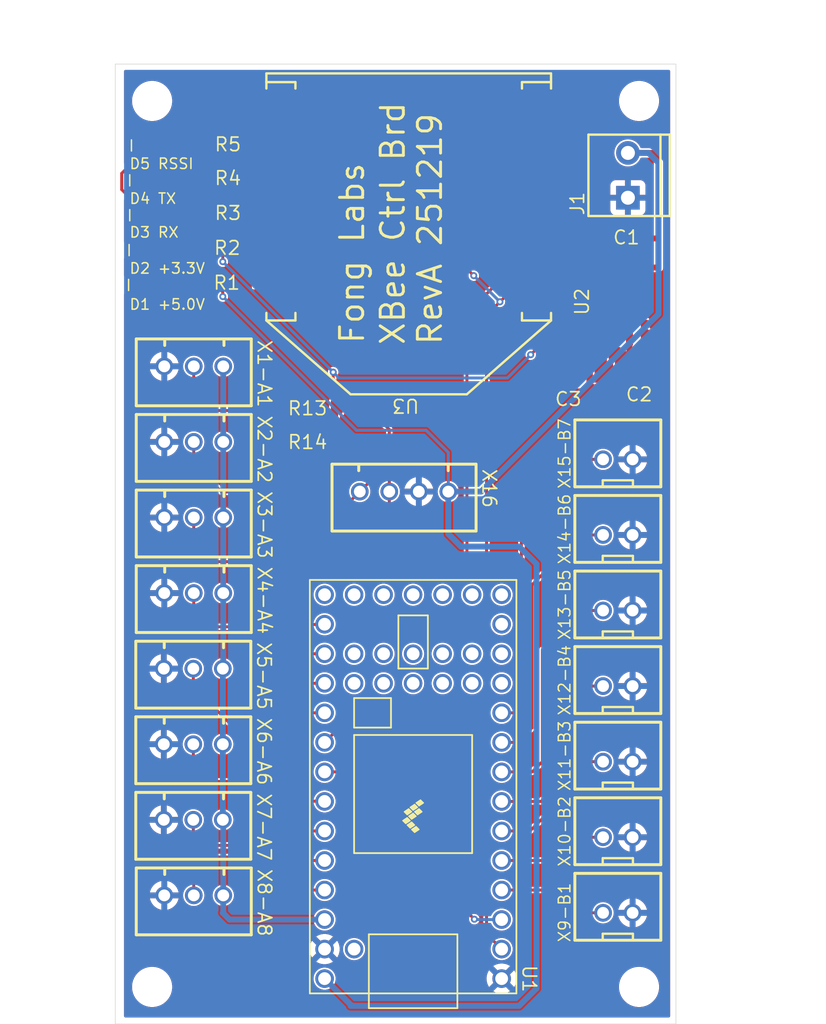
<source format=kicad_pcb>
(kicad_pcb
	(version 20241229)
	(generator "pcbnew")
	(generator_version "9.0")
	(general
		(thickness 1.6)
		(legacy_teardrops no)
	)
	(paper "A4")
	(title_block
		(title "XBee Controller Board")
		(rev "A")
		(company "Fong Labs")
	)
	(layers
		(0 "F.Cu" signal)
		(2 "B.Cu" signal)
		(9 "F.Adhes" user "F.Adhesive")
		(11 "B.Adhes" user "B.Adhesive")
		(13 "F.Paste" user)
		(15 "B.Paste" user)
		(5 "F.SilkS" user "F.Silkscreen")
		(7 "B.SilkS" user "B.Silkscreen")
		(1 "F.Mask" user)
		(3 "B.Mask" user)
		(17 "Dwgs.User" user "User.Drawings")
		(19 "Cmts.User" user "User.Comments")
		(21 "Eco1.User" user "User.Eco1")
		(23 "Eco2.User" user "User.Eco2")
		(25 "Edge.Cuts" user)
		(27 "Margin" user)
		(31 "F.CrtYd" user "F.Courtyard")
		(29 "B.CrtYd" user "B.Courtyard")
		(35 "F.Fab" user)
		(33 "B.Fab" user)
		(39 "User.1" user)
		(41 "User.2" user)
		(43 "User.3" user)
		(45 "User.4" user)
		(47 "User.5" user)
		(49 "User.6" user)
		(51 "User.7" user)
		(53 "User.8" user)
		(55 "User.9" user)
	)
	(setup
		(stackup
			(layer "F.SilkS"
				(type "Top Silk Screen")
			)
			(layer "F.Paste"
				(type "Top Solder Paste")
			)
			(layer "F.Mask"
				(type "Top Solder Mask")
				(thickness 0.01)
			)
			(layer "F.Cu"
				(type "copper")
				(thickness 0.035)
			)
			(layer "dielectric 1"
				(type "core")
				(thickness 1.51)
				(material "FR4")
				(epsilon_r 4.5)
				(loss_tangent 0.02)
			)
			(layer "B.Cu"
				(type "copper")
				(thickness 0.035)
			)
			(layer "B.Mask"
				(type "Bottom Solder Mask")
				(thickness 0.01)
			)
			(layer "B.Paste"
				(type "Bottom Solder Paste")
			)
			(layer "B.SilkS"
				(type "Bottom Silk Screen")
			)
			(copper_finish "None")
			(dielectric_constraints no)
		)
		(pad_to_mask_clearance 0.0508)
		(allow_soldermask_bridges_in_footprints no)
		(tenting front back)
		(pcbplotparams
			(layerselection 0x00000000_00000000_55555555_5755f5ff)
			(plot_on_all_layers_selection 0x00000000_00000000_00000000_00000000)
			(disableapertmacros no)
			(usegerberextensions no)
			(usegerberattributes yes)
			(usegerberadvancedattributes yes)
			(creategerberjobfile yes)
			(dashed_line_dash_ratio 12.000000)
			(dashed_line_gap_ratio 3.000000)
			(svgprecision 4)
			(plotframeref no)
			(mode 1)
			(useauxorigin no)
			(hpglpennumber 1)
			(hpglpenspeed 20)
			(hpglpendiameter 15.000000)
			(pdf_front_fp_property_popups yes)
			(pdf_back_fp_property_popups yes)
			(pdf_metadata yes)
			(pdf_single_document no)
			(dxfpolygonmode yes)
			(dxfimperialunits yes)
			(dxfusepcbnewfont yes)
			(psnegative no)
			(psa4output no)
			(plot_black_and_white yes)
			(sketchpadsonfab no)
			(plotpadnumbers no)
			(hidednponfab no)
			(sketchdnponfab yes)
			(crossoutdnponfab yes)
			(subtractmaskfromsilk no)
			(outputformat 1)
			(mirror no)
			(drillshape 1)
			(scaleselection 1)
			(outputdirectory "")
		)
	)
	(net 0 "")
	(net 1 "+3.3V")
	(net 2 "+5V")
	(net 3 "Net-(U2-BYP)")
	(net 4 "Net-(D1-PadA)")
	(net 5 "Net-(D2-PadA)")
	(net 6 "Net-(D3-PadA)")
	(net 7 "/XBEE_OUT")
	(net 8 "/XBEE_IN")
	(net 9 "Net-(D4-PadA)")
	(net 10 "Net-(D5-PadA)")
	(net 11 "/XBEE_RSSI")
	(net 12 "/BUT1")
	(net 13 "/BUT2")
	(net 14 "/BUT3")
	(net 15 "/BUT4")
	(net 16 "/BUT5")
	(net 17 "/BUT7")
	(net 18 "/BUT6")
	(net 19 "/SCL")
	(net 20 "/SDA")
	(net 21 "/ANA6")
	(net 22 "/ANA5")
	(net 23 "/ANA4")
	(net 24 "/ANA3")
	(net 25 "/ANA7")
	(net 26 "/ANA1")
	(net 27 "/ANA8")
	(net 28 "GND")
	(net 29 "/ANA2")
	(net 30 "unconnected-(U3-DIO0-Pad20)")
	(net 31 "unconnected-(U3-DIO5-Pad15)")
	(net 32 "unconnected-(U3-DIO4-Pad11)")
	(net 33 "unconnected-(U3-DIO3-Pad17)")
	(net 34 "unconnected-(U3-DIO1-Pad19)")
	(net 35 "unconnected-(U3-RES@14-Pad14)")
	(net 36 "unconnected-(U3-DIO12-Pad4)")
	(net 37 "unconnected-(U3-RTS-Pad16)")
	(net 38 "unconnected-(U3-CTS-Pad12)")
	(net 39 "unconnected-(U3-DIO11-Pad7)")
	(net 40 "unconnected-(U3-DIO2-Pad18)")
	(net 41 "unconnected-(U3-RESET-Pad5)")
	(net 42 "unconnected-(U3-RES@8-Pad8)")
	(net 43 "unconnected-(U3-DIO9-Pad13)")
	(net 44 "unconnected-(U3-DTR-Pad9)")
	(net 45 "+3.3VADC")
	(net 46 "unconnected-(U1-VUSB-Pad34)")
	(net 47 "unconnected-(U1-32_OUT1B-Pad43)")
	(net 48 "unconnected-(U1-33_MCLK2-Pad44)")
	(net 49 "unconnected-(U1-9_OUT1C-Pad11)")
	(net 50 "unconnected-(U1-30_CRX3-Pad41)")
	(net 51 "unconnected-(U1-13_SCK_CRX1_LED-Pad20)")
	(net 52 "unconnected-(U1-12_MISO_MQSL-Pad14)")
	(net 53 "unconnected-(U1-GND-Pad17)")
	(net 54 "unconnected-(U1-PROGRAM-Pad18)")
	(net 55 "unconnected-(U1-31_CTX3-Pad42)")
	(net 56 "unconnected-(U1-28_RX7-Pad39)")
	(net 57 "unconnected-(U1-10_CS_MQSR-Pad12)")
	(net 58 "unconnected-(U1-26_A12_MOSI1-Pad37)")
	(net 59 "unconnected-(U1-VBAT-Pad15)")
	(net 60 "unconnected-(U1-29_TX7-Pad40)")
	(net 61 "unconnected-(U1-25_A11_RX6_SDA2-Pad36)")
	(net 62 "unconnected-(U1-3V3-Pad16)")
	(net 63 "unconnected-(U1-24_A10_TX6_SCL2-Pad35)")
	(net 64 "unconnected-(U1-11_MOSI_CTX1-Pad13)")
	(net 65 "unconnected-(U1-27_A13_SCK1-Pad38)")
	(net 66 "unconnected-(U1-ON_OFF-Pad19)")
	(footprint "transponder_server:R0603" (layer "F.Cu") (at 124.05 62))
	(footprint "transponder_server:C1206" (layer "F.Cu") (at 157.9 81.5 180))
	(footprint "transponder_server:JST-XH-03-PACKAGE-ROUND-PAD" (layer "F.Cu") (at 124 87.5 180))
	(footprint "transponder_server:SCREWTERMINAL-3.5MM-2_LOCK" (layer "F.Cu") (at 161.3689 66.3222 90))
	(footprint "transponder_server:JST-XH-02-PACKAGE-ROUND-PAD" (layer "F.Cu") (at 160.5 128))
	(footprint "transponder_server:JST-XH-03-PACKAGE-ROUND-PAD" (layer "F.Cu") (at 123.96 120 180))
	(footprint "transponder_server:JST-XH-03-PACKAGE-ROUND-PAD" (layer "F.Cu") (at 124 94 180))
	(footprint (layer "F.Cu") (at 162.325 58.175))
	(footprint "transponder_server:LED-0603" (layer "F.Cu") (at 119.977 74 180))
	(footprint "transponder_server:C0603" (layer "F.Cu") (at 162.85 81.5))
	(footprint "transponder_server:JST-XH-04-PACKAGE-ROUND-PAD" (layer "F.Cu") (at 142.0989 91.7714 180))
	(footprint "transponder_server:JST-XH-03-PACKAGE-ROUND-PAD" (layer "F.Cu") (at 123.96 107 180))
	(footprint "transponder_server:XBEE-SMD" (layer "F.Cu") (at 142.5 55.80595 180))
	(footprint (layer "F.Cu") (at 162.325 134.375))
	(footprint "transponder_server:R0603" (layer "F.Cu") (at 137.15 84.5 180))
	(footprint "transponder_server:LED-0603" (layer "F.Cu") (at 120.077 68 180))
	(footprint "transponder_server:JST-XH-03-PACKAGE-ROUND-PAD" (layer "F.Cu") (at 124 81 180))
	(footprint "transponder_server:LED-0603" (layer "F.Cu") (at 120.077 65 180))
	(footprint "transponder_server:JST-XH-02-PACKAGE-ROUND-PAD" (layer "F.Cu") (at 160.5 95.5))
	(footprint "transponder_server:LED-0603" (layer "F.Cu") (at 120.223 62 180))
	(footprint "teensy.pretty-master:Teensy40" (layer "F.Cu") (at 142.88 117.15 90))
	(footprint "transponder_server:JST-XH-03-PACKAGE-ROUND-PAD" (layer "F.Cu") (at 124 126.5 180))
	(footprint "transponder_server:R0603" (layer "F.Cu") (at 137.15 87.5 180))
	(footprint "transponder_server:JST-XH-02-PACKAGE-ROUND-PAD" (layer "F.Cu") (at 160.5 102))
	(footprint "transponder_server:JST-XH-03-PACKAGE-ROUND-PAD" (layer "F.Cu") (at 123.96 113.5 180))
	(footprint "transponder_server:LED-0603" (layer "F.Cu") (at 120.023 71 180))
	(footprint "transponder_server:C0603" (layer "F.Cu") (at 158.15 70 180))
	(footprint "transponder_server:R0603" (layer "F.Cu") (at 123.95 74))
	(footprint "transponder_server:JST-XH-02-PACKAGE-ROUND-PAD" (layer "F.Cu") (at 160.5 108.5))
	(footprint (layer "F.Cu") (at 120.415 58.175))
	(footprint "transponder_server:JST-XH-03-PACKAGE-ROUND-PAD" (layer "F.Cu") (at 124 100.5 180))
	(footprint "transponder_server:SOIC8" (layer "F.Cu") (at 160.8689 75.5))
	(footprint "transponder_server:R0603" (layer "F.Cu") (at 123.996 71))
	(footprint "transponder_server:R0603" (layer "F.Cu") (at 124.05 65))
	(footprint "transponder_server:R0603" (layer "F.Cu") (at 124.05 68))
	(footprint (layer "F.Cu") (at 120.415 134.375))
	(footprint "transponder_server:JST-XH-02-PACKAGE-ROUND-PAD" (layer "F.Cu") (at 160.5 115))
	(footprint "transponder_server:JST-XH-02-PACKAGE-ROUND-PAD" (layer "F.Cu") (at 160.5 121.5))
	(footprint "transponder_server:JST-XH-02-PACKAGE-ROUND-PAD" (layer "F.Cu") (at 160.5 89))
	(gr_line
		(start 117.24 137.55)
		(end 165.5 137.55)
		(stroke
			(width 0.05)
			(type solid)
		)
		(layer "Edge.Cuts")
		(uuid "53c21494-7966-474c-a1ba-61aa5826428b")
	)
	(gr_line
		(start 165.5 137.55)
		(end 165.5 55)
		(stroke
			(width 0.05)
			(type solid)
		)
		(layer "Edge.Cuts")
		(uuid "94c0d797-2696-44ed-980c-dded9046bb93")
	)
	(gr_line
		(start 117.24 55)
		(end 117.24 137.55)
		(stroke
			(width 0.05)
			(type solid)
		)
		(layer "Edge.Cuts")
		(uuid "b8998a75-d243-439b-aa65-97d5e4ce63a5")
	)
	(gr_line
		(start 165.5 55)
		(end 117.24 55)
		(stroke
			(width 0.05)
			(type solid)
		)
		(layer "Edge.Cuts")
		(uuid "fe814743-cafe-491e-b6e2-6e5d6cdd3bc2")
	)
	(gr_text "X16"
		(at 148.7539 89.7314 270)
		(layer "F.SilkS")
		(uuid "04dbbb75-8180-4840-903e-e3640195d276")
		(effects
			(font
				(size 1.1684 1.1684)
				(thickness 0.14605)
			)
			(justify left bottom)
		)
	)
	(gr_text "X11-B3"
		(at 156.5 117.6 90)
		(layer "F.SilkS")
		(uuid "24c356f2-4041-4cc0-8614-6c70f70d3a29")
		(effects
			(font
				(size 1 1)
				(thickness 0.127)
			)
			(justify left bottom)
		)
	)
	(gr_text "D5 RSSI"
		(at 118.4 64.1 0)
		(layer "F.SilkS")
		(uuid "2ff7a454-0df9-4f2e-b98d-f787f8f46e84")
		(effects
			(font
				(size 0.9 0.9)
				(thickness 0.127)
			)
			(justify left bottom)
		)
	)
	(gr_text "XBee Ctrl Brd"
		(at 142.3 79.3 90)
		(layer "F.SilkS")
		(uuid "3a201319-9383-4a5f-a1b8-8534c820d7cf")
		(effects
			(font
				(size 2 2)
				(thickness 0.25)
			)
			(justify left bottom)
		)
	)
	(gr_text "X5-A5"
		(at 129.36 104.6425 270)
		(layer "F.SilkS")
		(uuid "45e7f8da-46b1-4b45-8cf8-1722d33bf5c9")
		(effects
			(font
				(size 1.1684 1.1684)
				(thickness 0.14605)
			)
			(justify left bottom)
		)
	)
	(gr_text "Fong Labs"
		(at 138.8 79.2 90)
		(layer "F.SilkS")
		(uuid "4858490d-3813-4a4d-9953-61767ba93175")
		(effects
			(font
				(size 2 2)
				(thickness 0.25)
			)
			(justify left bottom)
		)
	)
	(gr_text "X2-A2"
		(at 129.4 85.1425 270)
		(layer "F.SilkS")
		(uuid "48cb389a-b4d4-42e2-ace8-c58ce3508808")
		(effects
			(font
				(size 1.1684 1.1684)
				(thickness 0.14605)
			)
			(justify left bottom)
		)
	)
	(gr_text "C1"
		(at 160 70.6 0)
		(layer "F.SilkS")
		(uuid "4a3de901-d984-4d2b-80c9-563c18c8392c")
		(effects
			(font
				(size 1.1684 1.1684)
				(thickness 0.14605)
			)
			(justify left bottom)
		)
	)
	(gr_text "X8-A8"
		(at 129.4 124.1425 270)
		(layer "F.SilkS")
		(uuid "4af3206b-9f21-49f1-95e7-cca14a396735")
		(effects
			(font
				(size 1.1684 1.1684)
				(thickness 0.14605)
			)
			(justify left bottom)
		)
	)
	(gr_text "X7-A7"
		(at 129.36 117.6425 270)
		(layer "F.SilkS")
		(uuid "585b816e-19cb-4700-9f5a-0e0d489004de")
		(effects
			(font
				(size 1.1684 1.1684)
				(thickness 0.14605)
			)
			(justify left bottom)
		)
	)
	(gr_text "D4 TX"
		(at 118.4 67.1 0)
		(layer "F.SilkS")
		(uuid "5b4629b0-60c3-4146-8b90-f3fec42c82bd")
		(effects
			(font
				(size 0.9 0.9)
				(thickness 0.127)
			)
			(justify left bottom)
		)
	)
	(gr_text "X9-B1"
		(at 156.5 130.6 90)
		(layer "F.SilkS")
		(uuid "63c73070-fc38-4ebc-85f2-f0e63f5f7172")
		(effects
			(font
				(size 1 1)
				(thickness 0.127)
			)
			(justify left bottom)
		)
	)
	(gr_text "U1"
		(at 152.2 132.4 270)
		(layer "F.SilkS")
		(uuid "66cd76b3-d516-4582-b242-025400ece07b")
		(effects
			(font
				(size 1.1684 1.1684)
				(thickness 0.14605)
			)
			(justify left bottom)
		)
	)
	(gr_text "X1-A1"
		(at 129.4 78.6425 270)
		(layer "F.SilkS")
		(uuid "710613ce-65b3-46d8-9e18-be5eed5aa457")
		(effects
			(font
				(size 1.1684 1.1684)
				(thickness 0.14605)
			)
			(justify left bottom)
		)
	)
	(gr_text "U2"
		(at 158.1 76.7 90)
		(layer "F.SilkS")
		(uuid "7554579d-a445-48c7-aa84-29575bd428b6")
		(effects
			(font
				(size 1.1684 1.1684)
				(thickness 0.14605)
			)
			(justify left bottom)
		)
	)
	(gr_text "RevA 251219"
		(at 145.5 79.3 90)
		(layer "F.SilkS")
		(uuid "75878c53-f34a-4aca-9ea6-750032e64083")
		(effects
			(font
				(size 2 2)
				(thickness 0.25)
			)
			(justify left bottom)
		)
	)
	(gr_text "C3"
		(at 155 84.5 0)
		(layer "F.SilkS")
		(uuid "7bfed0bb-a62a-443f-b317-b0813a947873")
		(effects
			(font
				(size 1.1684 1.1684)
				(thickness 0.14605)
			)
			(justify left bottom)
		)
	)
	(gr_text "X12-B4"
		(at 156.5 111.1 90)
		(layer "F.SilkS")
		(uuid "8c4c5607-654b-4664-8e79-8b0f72e5fbc1")
		(effects
			(font
				(size 1 1)
				(thickness 0.127)
			)
			(justify left bottom)
		)
	)
	(gr_text "C2"
		(at 161.1 84.1 0)
		(layer "F.SilkS")
		(uuid "8d4941bf-6f55-4fba-a4ce-807b01d9516b")
		(effects
			(font
				(size 1.1684 1.1684)
				(thickness 0.14605)
			)
			(justify left bottom)
		)
	)
	(gr_text "D1 +5.0V"
		(at 118.4 76.2 0)
		(layer "F.SilkS")
		(uuid "93ab12af-e376-4d82-8a6f-a4ac424215e1")
		(effects
			(font
				(size 0.9 0.9)
				(thickness 0.127)
			)
			(justify left bottom)
		)
	)
	(gr_text "X15-B7"
		(at 156.5 91.6 90)
		(layer "F.SilkS")
		(uuid "9c24df9b-2e12-44d0-889b-ba729aaeb0a9")
		(effects
			(font
				(size 1 1)
				(thickness 0.127)
			)
			(justify left bottom)
		)
	)
	(gr_text "X6-A6"
		(at 129.36 111.1425 270)
		(layer "F.SilkS")
		(uuid "9ea69a92-b19d-487e-bf5a-73aefb3b0b9d")
		(effects
			(font
				(size 1.1684 1.1684)
				(thickness 0.14605)
			)
			(justify left bottom)
		)
	)
	(gr_text "R13"
		(at 132 85.3 0)
		(layer "F.SilkS")
		(uuid "9f63393e-07f3-4187-a47a-8762107156d6")
		(effects
			(font
				(size 1.1684 1.1684)
				(thickness 0.14605)
			)
			(justify left bottom)
		)
	)
	(gr_text "X13-B5"
		(at 156.5 104.6 90)
		(layer "F.SilkS")
		(uuid "a3832d7c-ed4c-46e8-a34a-e4cb9b1299a2")
		(effects
			(font
				(size 1 1)
				(thickness 0.127)
			)
			(justify left bottom)
		)
	)
	(gr_text "X3-A3"
		(at 129.4 91.6425 270)
		(layer "F.SilkS")
		(uuid "ac0f00fc-7e57-458f-a9ef-4d72bd198c87")
		(effects
			(font
				(size 1.1684 1.1684)
				(thickness 0.14605)
			)
			(justify left bottom)
		)
	)
	(gr_text "X4-A4"
		(at 129.4 98.1425 270)
		(layer "F.SilkS")
		(uuid "afaf3a5e-a855-4a1a-9dfc-ea29381eaff1")
		(effects
			(font
				(size 1.1684 1.1684)
				(thickness 0.14605)
			)
			(justify left bottom)
		)
	)
	(gr_text "U3"
		(at 143.5 83.7 180)
		(layer "F.SilkS")
		(uuid "c393c3dd-f649-472f-b7b8-7e6b4fb62289")
		(effects
			(font
				(size 1.1684 1.1684)
				(thickness 0.14605)
			)
			(justify left bottom)
		)
	)
	(gr_text "R14"
		(at 132 88.2 0)
		(layer "F.SilkS")
		(uuid "caa7965f-3226-4d33-aee0-142411be8020")
		(effects
			(font
				(size 1.1684 1.1684)
				(thickness 0.14605)
			)
			(justify left bottom)
		)
	)
	(gr_text "X10-B2"
		(at 156.5 124.1 90)
		(layer "F.SilkS")
		(uuid "d9b4b995-9a9a-4b9e-94c7-e707612ba58c")
		(effects
			(font
				(size 1 1)
				(thickness 0.127)
			)
			(justify left bottom)
		)
	)
	(gr_text "D2 +3.3V"
		(at 118.4 73.1 0)
		(layer "F.SilkS")
		(uuid "e5b5eb30-62d3-44d0-85c0-5c3243dc5788")
		(effects
			(font
				(size 0.9 0.9)
				(thickness 0.127)
			)
			(justify left bottom)
		)
	)
	(gr_text "D3 RX"
		(at 118.4 70 0)
		(layer "F.SilkS")
		(uuid "f665ef85-f65d-422c-aa64-032c33eeb8f7")
		(effects
			(font
				(size 0.9 0.9)
				(thickness 0.127)
			)
			(justify left bottom)
		)
	)
	(gr_text "J1"
		(at 157.7 68.1 90)
		(layer "F.SilkS")
		(uuid "f70bc139-3878-4f71-b3c9-d58a44a115b3")
		(effects
			(font
				(size 1.1684 1.1684)
				(thickness 0.14605)
			)
			(justify left bottom)
		)
	)
	(gr_text "X14-B6"
		(at 156.5 98.1 90)
		(layer "F.SilkS")
		(uuid "fbf3516e-f1c3-4c67-9a58-0f9bbd645b98")
		(effects
			(font
				(size 1 1)
				(thickness 0.127)
			)
			(justify left bottom)
		)
	)
	(segment
		(start 155 78)
		(end 155 76)
		(width 0.508)
		(layer "F.Cu")
		(net 1)
		(uuid "014a6261-a7e0-43f1-b338-f53fca211b9d")
	)
	(segment
		(start 126.1 71)
		(end 126.5 71.4)
		(width 0.254)
		(layer "F.Cu")
		(net 1)
		(uuid "189b55ff-366b-4d5d-9e11-f6a7f07638db")
	)
	(segment
		(start 124.546 67.846)
		(end 124.546 65)
		(width 0.254)
		(layer "F.Cu")
		(net 1)
		(uuid "1c84acdc-f163-4ba6-b5ef-6b06b7007630")
	)
	(segment
		(start 124.5689 71)
		(end 126.1 71)
		(width 0.254)
		(layer "F.Cu")
		(net 1)
		(uuid "24b1eb85-4e23-4e35-bc25-d03659f66f29")
	)
	(segment
		(start 136.3 84.5)
		(end 136.3 83.3)
		(width 0.254)
		(layer "F.Cu")
		(net 1)
		(uuid "26d6300f-ee4a-4741-8a48-e78526465fab")
	)
	(segment
		(start 158.9639 79.9639)
		(end 158.9639 78.1)
		(width 0.508)
		(layer "F.Cu")
		(net 1)
		(uuid "37f02a5e-582b-4721-be2c-429be8b8d678")
	)
	(segment
		(start 158.6 78.4639)
		(end 155.4639 78.4639)
		(width 0.508)
		(layer "F.Cu")
		(net 1)
		(uuid "3e664d03-9edc-4499-ad5d-fc380d73177c")
	)
	(segment
		(start 124.5689 71)
		(end 124.5689 68)
		(width 0.254)
		(layer "F.Cu")
		(net 1)
		(uuid "4b88f173-6219-405c-95be-1654d3ae550c")
	)
	(segment
		(start 159.3 80.3)
		(end 158.9639 79.9639)
		(width 0.508)
		(layer "F.Cu")
		(net 1)
		(uuid "66c5630e-886a-4de0-9222-217cd49379f2")
	)
	(segment
		(start 136 83)
		(end 136 81.5)
		(width 0.254)
		(layer "F.Cu")
		(net 1)
		(uuid "74daaf58-8ce3-4780-91ce-8290d8a5242c")
	)
	(segment
		(start 136.3 87.5)
		(end 136.3 84.5)
		(width 0.254)
		(layer "F.Cu")
		(net 1)
		(uuid "8a154a95-2b1a-422a-9cab-afa0e3c0e645")
	)
	(segment
		(start 153 80)
		(end 155 78)
		(width 0.254)
		(layer "F.Cu")
		(net 1)
		(uuid "959b2587-9e80-48b1-8cea-964eb856baa2")
	)
	(segment
		(start 158.9639 78.1)
		(end 158.6 78.4639)
		(width 0.508)
		(layer "F.Cu")
		(net 1)
		(uuid "a3194a9b-55fd-49a0-a9c4-e0111ffb6f6c")
	)
	(segment
		(start 124.5689 71)
		(end 124.5 71)
		(width 0.254)
		(layer "F.Cu")
		(net 1)
		(uuid "a3198243-7c9d-4165-9aa6-ad503584b84c")
	)
	(segment
		(start 136.3 83.3)
		(end 136 83)
		(width 0.254)
		(layer "F.Cu")
		(net 1)
		(uuid "a749b92a-8043-41a1-9760-5275673e8089")
	)
	(segment
		(start 160.2339 78.1)
		(end 158.9639 78.1)
		(width 0.508)
		(layer "F.Cu")
		(net 1)
		(uuid "ac60b83a-580f-4048-a196-e08f37e67e14")
	)
	(segment
		(start 126.5 71.4)
		(end 126.5 72)
		(width 0.254)
		(layer "F.Cu")
		(net 1)
		(uuid "af20bd2e-996a-4d1e-93bd-0228cbb9ecbc")
	)
	(segment
		(start 155.4639 78.4639)
		(end 155 78)
		(width 0.508)
		(layer "F.Cu")
		(net 1)
		(uuid "bceb220b-0c4c-468f-bc46-652cf15ceb50")
	)
	(segment
		(start 124.5689 67.8689)
		(end 124.546 67.846)
		(width 0.254)
		(layer "F.Cu")
		(net 1)
		(uuid "bd8c2525-3c5d-4b1b-9bfc-e6e69aa61a3f")
	)
	(segment
		(start 124.5689 68)
		(end 124.5689 67.8689)
		(width 0.254)
		(layer "F.Cu")
		(net 1)
		(uuid "c172493c-8dc2-495e-a136-9633ed6ec4f8")
	)
	(segment
		(start 159.3 81.5)
		(end 159.3 80.3)
		(width 0.508)
		(layer "F.Cu")
		(net 1)
		(uuid "ea5f3f85-c307-45fb-ac72-744fb3c9dd6e")
	)
	(segment
		(start 162 81.5)
		(end 159.3 81.5)
		(width 0.508)
		(layer "F.Cu")
		(net 1)
		(uuid "fc4b7c3d-6a19-40b2-857b-aebe0a350efa")
	)
	(via
		(at 126.5 72)
		(size 0.6)
		(drill 0.3)
		(layers "F.Cu" "B.Cu")
		(net 1)
		(uuid "0f6c8b96-bafd-4e2a-ae8d-4f202efa3713")
	)
	(via
		(at 153 80)
		(size 0.6)
		(drill 0.3)
		(layers "F.Cu" "B.Cu")
		(net 1)
		(uuid "84d5750a-cb21-403c-a84b-f61c2f23b6ab")
	)
	(via
		(at 136 81.5)
		(size 0.6)
		(drill 0.3)
		(layers "F.Cu" "B.Cu")
		(net 1)
		(uuid "be419c7b-da6b-480b-85da-c2643d56cba2")
	)
	(segment
		(start 151 82)
		(end 136.5 82)
		(width 0.254)
		(layer "B.Cu")
		(net 1)
		(uuid "28bb531e-7390-4d1c-8447-0280c6fb39b8")
	)
	(segment
		(start 136.5 82)
		(end 126.5 72)
		(width 0.254)
		(layer "B.Cu")
		(net 1)
		(uuid "4952119d-7dc2-4e81-bc9d-7d1eff1bddc9")
	)
	(segment
		(start 153 80)
		(end 151 82)
		(width 0.254)
		(layer "B.Cu")
		(net 1)
		(uuid "cf2a3f67-14cf-4a56-a69a-6fc0680cf4e9")
	)
	(segment
		(start 158.9639 74.4639)
		(end 160 75.5)
		(width 0.508)
		(layer "F.Cu")
		(net 2)
		(uuid "085b4f86-6b10-4765-bc98-b24d9c8a9332")
	)
	(segment
		(start 163.6444 62.6444)
		(end 164 63)
		(width 0.508)
		(layer "F.Cu")
		(net 2)
		(uuid "5e166d01-4e02-4b26-9937-92cc0db197b0")
	)
	(segment
		(start 164 72.5)
		(end 163.1739 72.5)
		(width 0.508)
		(layer "F.Cu")
		(net 2)
		(uuid "6628701b-ac5f-44e5-85fd-bc5cb990e896")
	)
	(segment
		(start 162 75.5)
		(end 162.7739 74.7261)
		(width 0.508)
		(layer "F.Cu")
		(net 2)
		(uuid "67d443b6-1c88-4cda-a7e8-d247f4f7c9c7")
	)
	(segment
		(start 126.5 74.6)
		(end 126.5 75)
		(width 0.254)
		(layer "F.Cu")
		(net 2)
		(uuid "7e7e93c2-d0e3-4ea5-83bf-0331d03bf67a")
	)
	(segment
		(start 160 75.5)
		(end 162 75.5)
		(width 0.508)
		(layer "F.Cu")
		(net 2)
		(uuid "7e889883-8e80-4ddc-83a9-8583a4b1161c")
	)
	(segment
		(start 162.7739 74.7261)
		(end 162.7739 72.9)
		(width 0.508)
		(layer "F.Cu")
		(net 2)
		(uuid "8fb2af40-11ef-4f93-a53c-de0a7b0405de")
	)
	(segment
		(start 164 70)
		(end 164 72.5)
		(width 0.508)
		(layer "F.Cu")
		(net 2)
		(uuid "a5872d1f-f258-446e-b837-6bf980283e85")
	)
	(segment
		(start 163.1739 72.5)
		(end 162.7739 72.9)
		(width 0.508)
		(layer "F.Cu")
		(net 2)
		(uuid "c429ce65-315f-4e88-81fa-e8010c7129e1")
	)
	(segment
		(start 161.3689 62.6444)
		(end 163.6444 62.6444)
		(width 0.508)
		(layer "F.Cu")
		(net 2)
		(uuid "e3787457-3ea1-4de5-918d-57c16867b8a3")
	)
	(segment
		(start 159 70)
		(end 164 70)
		(width 0.508)
		(layer "F.Cu")
		(net 2)
		(uuid "e3d885e4-a00a-4882-9a36-afe8cab0c003")
	)
	(segment
		(start 125.9 74)
		(end 126.5 74.6)
		(width 0.254)
		(layer "F.Cu")
		(net 2)
		(uuid "eaeda50e-ac4c-4885-a515-e5c2f688b70c")
	)
	(segment
		(start 158.9639 72.9)
		(end 158.9639 74.4639)
		(width 0.508)
		(layer "F.Cu")
		(net 2)
		(uuid "f9df0491-1714-4006-8c73-f58c9c82ce14")
	)
	(segment
		(start 124.5689 74)
		(end 125.9 74)
		(width 0.254)
		(layer "F.Cu")
		(net 2)
		(uuid "fac15af6-ae4b-4614-b5e5-64650d177045")
	)
	(segment
		(start 164 63)
		(end 164 70)
		(width 0.508)
		(layer "F.Cu")
		(net 2)
		(uuid "fec3423c-44eb-4c05-9060-77cfd8d5fce2")
	)
	(via
		(at 126.5 75)
		(size 0.6)
		(drill 0.3)
		(layers "F.Cu" "B.Cu")
		(net 2)
		(uuid "bb09011e-cd6a-48bf-9e89-5b392e643096")
	)
	(segment
		(start 163.1444 62.6444)
		(end 164 63.5)
		(width 0.508)
		(layer "B.Cu")
		(net 2)
		(uuid "0402b75c-1c77-4ec7-82ca-52e283fec953")
	)
	(segment
		(start 145.9089 91.7714)
		(end 145.9089 95.4089)
		(width 0.508)
		(layer "B.Cu")
		(net 2)
		(uuid "04d988be-45b2-4139-8859-2a9c99f565b2")
	)
	(segment
		(start 145.9089 95.4089)
		(end 147 96.5)
		(width 0.508)
		(layer "B.Cu")
		(net 2)
		(uuid "195ad6dc-a509-4f2b-ae23-0b311fe88bd6")
	)
	(segment
		(start 152 96.5)
		(end 153.5 98)
		(width 0.508)
		(layer "B.Cu")
		(net 2)
		(uuid "238b1970-62e7-48fa-b5ea-95e57d97cb23")
	)
	(segment
		(start 164 76.5)
		(end 148.7286 91.7714)
		(width 0.508)
		(layer "B.Cu")
		(net 2)
		(uuid "42a1f493-5a03-4fce-a0e6-2f7715d74a24")
	)
	(segment
		(start 126.5 75)
		(end 138 86.5)
		(width 0.254)
		(layer "B.Cu")
		(net 2)
		(uuid "566b8648-df15-41c8-bbfb-50c1f7561093")
	)
	(segment
		(start 145.9089 88.4089)
		(end 145.9089 91.7714)
		(width 0.254)
		(layer "B.Cu")
		(net 2)
		(uuid "6199af98-4d96-4bb4-acc1-151d4322a74a")
	)
	(segment
		(start 161.3689 62.6444)
		(end 163.1444 62.6444)
		(width 0.508)
		(layer "B.Cu")
		(net 2)
		(uuid "7f1a487f-d31f-4a26-b018-bc079afb3f37")
	)
	(segment
		(start 138 86.5)
		(end 144 86.5)
		(width 0.254)
		(layer "B.Cu")
		(net 2)
		(uuid "8363b232-00c5-4174-a47d-c97ec7a23417")
	)
	(segment
		(start 153.5 98)
		(end 153.5 134.5)
		(width 0.508)
		(layer "B.Cu")
		(net 2)
		(uuid "8cdee5ef-6182-481b-b401-51d4c71b5b00")
	)
	(segment
		(start 164 63.5)
		(end 164 76.5)
		(width 0.508)
		(layer "B.Cu")
		(net 2)
		(uuid "ada14b6c-3554-4c32-b7bb-025246a8cb7b")
	)
	(segment
		(start 147 96.5)
		(end 152 96.5)
		(width 0.508)
		(layer "B.Cu")
		(net 2)
		(uuid "bc103c21-bc60-464e-b08c-09b5ec786cc6")
	)
	(segment
		(start 152 136)
		(end 137.5 136)
		(width 0.508)
		(layer "B.Cu")
		(net 2)
		(uuid "c503e684-7686-43cf-b42a-74f3d9b5a1a1")
	)
	(segment
		(start 137.5 135.9)
		(end 135.26 133.66)
		(width 0.508)
		(layer "B.Cu")
		(net 2)
		(uuid "cce7a6b4-992f-4d59-afe6-c5663aa9d33a")
	)
	(segment
		(start 137.5 136)
		(end 137.5 135.9)
		(width 0.508)
		(layer "B.Cu")
		(net 2)
		(uuid "e564f55b-36d5-4153-aba3-3315c2167ddf")
	)
	(segment
		(start 148.7286 91.7714)
		(end 145.9089 91.7714)
		(width 0.508)
		(layer "B.Cu")
		(net 2)
		(uuid "f87a6aac-2cf2-470d-b7dd-c4b4c5566209")
	)
	(segment
		(start 153.5 134.5)
		(end 152 136)
		(width 0.508)
		(layer "B.Cu")
		(net 2)
		(uuid "fb57491b-e945-4d3e-8322-3ebc10646bec")
	)
	(segment
		(start 144 86.5)
		(end 145.9089 88.4089)
		(width 0.254)
		(layer "B.Cu")
		(net 2)
		(uuid "ff28da0a-7d67-4355-9a26-e4df7d3f8df6")
	)
	(segment
		(start 163.1 78.1)
		(end 162.7739 78.1)
		(width 0.508)
		(layer "F.Cu")
		(net 3)
		(uuid "55d5d91d-728b-4f68-b01c-89540fc67aef")
	)
	(segment
		(start 163.7 78.7)
		(end 163.1 78.1)
		(width 0.508)
		(layer "F.Cu")
		(net 3)
		(uuid "aaca8a1e-5b66-43c9-bffc-266d3188ea55")
	)
	(segment
		(start 163.7 81.5)
		(end 163.7 78.7)
		(width 0.508)
		(layer "F.Cu")
		(net 3)
		(uuid "d543e4eb-3899-429c-9c34-c73a0161be9d")
	)
	(segment
		(start 120.854 74)
		(end 123.1 74)
		(width 0.254)
		(layer "F.Cu")
		(net 4)
		(uuid "79751044-4160-46e7-9ba9-16336e0b4cc4")
	)
	(segment
		(start 120.9 71)
		(end 123.146 71)
		(width 0.254)
		(layer "F.Cu")
		(net 5)
		(uuid "3997fee4-2751-4ecb-979c-9f6e082b9bbe")
	)
	(segment
		(start 120.954 68)
		(end 123.2 68)
		(width 0.254)
		(layer "F.Cu")
		(net 6)
		(uuid "dba87ef9-841b-401d-8748-75166427512a")
	)
	(segment
		(start 152 73.80595)
		(end 150.352975 75.452975)
		(width 0.254)
		(layer "F.Cu")
		(net 7)
		(uuid "16d1259c-0333-4f1a-b40a-644b38f942db")
	)
	(segment
		(start 139.3 72.2)
		(end 130.4 63.3)
		(width 0.254)
		(layer "F.Cu")
		(net 7)
		(uuid "36067a94-09aa-4386-b5e3-40f8f625efce")
	)
	(segment
		(start 150.352975 75.452975)
		(end 149.2 76.60595)
		(width 0.254)
		(layer "F.Cu")
		(net 7)
		(uuid "52324f0e-ad3c-4f47-ac7c-173380fe3c3f")
	)
	(segment
		(start 130.4 63.3)
		(end 118.9 63.3)
		(width 0.254)
		(layer "F.Cu")
		(net 7)
		(uuid "6592869d-60c0-4210-a8e8-40603c01c772")
	)
	(segment
		(start 119.2 67.2)
		(end 119.2 68)
		(width 0.254)
		(layer "F.Cu")
		(net 7)
		(uuid "6a588bf7-a583-4121-bbbc-9a893699f866")
	)
	(segment
		(start 149.2 76.60595)
		(end 149.2 129.82)
		(width 0.254)
		(layer "F.Cu")
		(net 7)
		(uuid "79793fa9-0560-437c-a94e-52c2abfd17be")
	)
	(segment
		(start 117.8 64.4)
		(end 117.8 65.8)
		(width 0.254)
		(layer "F.Cu")
		(net 7)
		(uuid "a597f429-e6ea-4f62-9a68-568df2e37d91")
	)
	(segment
		(start 149.2 129.82)
		(end 150.5 131.12)
		(width 0.254)
		(layer "F.Cu")
		(net 7)
		(uuid "b3c83636-e86f-4aaa-9ee1-d90034291c09")
	)
	(segment
		(start 147.1 72.2)
		(end 139.3 72.2)
		(width 0.254)
		(layer "F.Cu")
		(net 7)
		(uuid "c28bd4f5-696d-4913-9685-da502289bfe4")
	)
	(segment
		(start 117.8 65.8)
		(end 119.2 67.2)
		(width 0.254)
		(layer "F.Cu")
		(net 7)
		(uuid "da051c3f-57b5-4694-8482-6d5e4fe37039")
	)
	(segment
		(start 148.1 73.2)
		(end 147.1 72.2)
		(width 0.254)
		(layer "F.Cu")
		(net 7)
		(uuid "f13af7af-f4a3-46e9-afed-8799e42baa1c")
	)
	(segment
		(start 118.9 63.3)
		(end 117.8 64.4)
		(width 0.254)
		(layer "F.Cu")
		(net 7)
		(uuid "fc6a7962-a84b-4f5d-8499-ff30931a86fc")
	)
	(via
		(at 148.1 73.2)
		(size 0.6)
		(drill 0.3)
		(layers "F.Cu" "B.Cu")
		(net 7)
		(uuid "2ba8691e-c793-41ea-a286-1385d12e2830")
	)
	(via
		(at 150.352975 75.452975)
		(size 0.6)
		(drill 0.3)
		(layers "F.Cu" "B.Cu")
		(net 7)
		(uuid "70545ef0-11af-49f2-8434-b919967c1967")
	)
	(segment
		(start 148.1 73.2)
		(end 150.352975 75.452975)
		(width 0.254)
		(layer "B.Cu")
		(net 7)
		(uuid "d12f2dbb-e835-4146-8935-3fcccf3299d8")
	)
	(segment
		(start 148.15 128.55)
		(end 146.7 127.1)
		(width 0.254)
		(layer "F.Cu")
		(net 8)
		(uuid "27a438fe-68af-493b-852b-43f1cb452924")
	)
	(segment
		(start 155 71.80595)
		(end 152.1642 71.80595)
		(width 0.254)
		(layer "F.Cu")
		(net 8)
		(uuid "3ca80f9f-6802-4c4b-acba-a803c67cb93c")
	)
	(segment
		(start 146.7 127.1)
		(end 146.7 100.372083)
		(width 0.254)
		(layer "F.Cu")
		(net 8)
		(uuid "47e46975-2bb4-4e1e-9f30-f578bd067b48")
	)
	(segment
		(start 147.512483 76.457667)
		(end 146.454816 75.4)
		(width 0.254)
		(layer "F.Cu")
		(net 8)
		(uuid "635ed099-9e66-4941-b3ad-7e792aabaff4")
	)
	(segment
		(start 119.5 63.8)
		(end 119.2 64.1)
		(width 0.254)
		(layer "F.Cu")
		(net 8)
		(uuid "64962a28-00b2-4ad4-84c6-e1099e66b86f")
	)
	(segment
		(start 119.2 64.1)
		(end 119.2 65)
		(width 0.254)
		(layer "F.Cu")
		(net 8)
		(uuid "679314ce-2719-4366-b5f7-30e14ada28f0")
	)
	(segment
		(start 147.512483 99.5596)
		(end 147.512483 76.457667)
		(width 0.254)
		(layer "F.Cu")
		(net 8)
		(uuid "77e3cb79-a3bc-4f6e-b473-da5993e02bc1")
	)
	(segment
		(start 146.7 100.372083)
		(end 147.512483 99.5596)
		(width 0.254)
		(layer "F.Cu")
		(net 8)
		(uuid "8b867a39-2a0c-4541-b8b3-2cc83562d864")
	)
	(segment
		(start 131.6 69.1)
		(end 126.3 63.8)
		(width 0.254)
		(layer "F.Cu")
		(net 8)
		(uuid "9519d473-fce5-4182-8b72-8fb8c3b2d2e5")
	)
	(segment
		(start 126.3 63.8)
		(end 119.5 63.8)
		(width 0.254)
		(layer "F.Cu")
		(net 8)
		(uuid "a9189d93-76fb-4e7b-b00c-3bd1bd91b6bb")
	)
	(segment
		(start 152.1642 71.80595)
		(end 147.512483 76.457667)
		(width 0.254)
		(layer "F.Cu")
		(net 8)
		(uuid "ca4872bb-1ed6-4985-99a3-ad961fc0ea96")
	)
	(segment
		(start 140 75.4)
		(end 133.7 69.1)
		(width 0.254)
		(layer "F.Cu")
		(net 8)
		(uuid "dac1c2e6-b901-41f6-9da8-6648606c81c4")
	)
	(segment
		(start 146.454816 75.4)
		(end 140 75.4)
		(width 0.254)
		(layer "F.Cu")
		(net 8)
		(uuid "e718ed2a-406f-463b-8019-e732b3487939")
	)
	(segment
		(start 133.7 69.1)
		(end 131.6 69.1)
		(width 0.254)
		(layer "F.Cu")
		(net 8)
		(uuid "e8c49067-7f09-4bf3-8c2d-60f2cb7b19e4")
	)
	(via
		(at 148.15 128.55)
		(size 0.6)
		(drill 0.3)
		(layers "F.Cu" "B.Cu")
		(net 8)
		(uuid "285c3b41-e4e1-473d-bcac-bcb77a14c582")
	)
	(segment
		(start 148.19 128.55)
		(end 148.22 128.58)
		(width 0.254)
		(layer "B.Cu")
		(net 8)
		(uuid "04cece90-8adc-471a-823c-7b9c0868e310")
	)
	(segment
		(start 148.22 128.58)
		(end 150.5 128.58)
		(width 0.254)
		(layer "B.Cu")
		(net 8)
		(uuid "211629cf-e480-4e23-9a01-d198f0f10b46")
	)
	(segment
		(start 148.15 128.55)
		(end 148.19 128.55)
		(width 0.254)
		(layer "B.Cu")
		(net 8)
		(uuid "db0d8d5d-616f-4a9e-ad69-cc82b129a4cd")
	)
	(segment
		(start 120.954 65)
		(end 123.2 65)
		(width 0.254)
		(layer "F.Cu")
		(net 9)
		(uuid "7a0a5eb4-32c9-47e2-8c9c-c99cf80bb772")
	)
	(segment
		(start 121.1 62)
		(end 123.2 62)
		(width 0.254)
		(layer "F.Cu")
		(net 10)
		(uuid "95b53d72-f14d-4b68-93d0-5702bec9288f")
	)
	(segment
		(start 128.3 60.5)
		(end 131 60.5)
		(width 0.254)
		(layer "F.Cu")
		(net 11)
		(uuid "04e4c64e-97bb-49f0-9011-9ad49cf12266")
	)
	(segment
		(start 131 60.5)
		(end 132 61.5)
		(width 0.254)
		(layer "F.Cu")
		(net 11)
		(uuid "2449ef82-e7a5-4f08-82a9-1bbd3e5b6b13")
	)
	(segment
		(start 144 61.5)
		(end 148.30595 65.80595)
		(width 0.254)
		(layer "F.Cu")
		(net 11)
		(uuid "25f399f5-c6f3-47f6-8f1e-e09538a48569")
	)
	(segment
		(start 148.30595 65.80595)
		(end 152 65.80595)
		(width 0.254)
		(layer "F.Cu")
		(net 11)
		(uuid "40312650-3550-4386-ac7d-ed136ab3ed30")
	)
	(segment
		(start 126.8 62)
		(end 128.3 60.5)
		(width 0.254)
		(layer "F.Cu")
		(net 11)
		(uuid "90565313-1598-41d3-9868-e1ca04ec0106")
	)
	(segment
		(start 124.7 62)
		(end 126.8 62)
		(width 0.254)
		(layer "F.Cu")
		(net 11)
		(uuid "907fc0aa-ba4b-4a1a-916e-06dca25447d3")
	)
	(segment
		(start 132 61.5)
		(end 144 61.5)
		(width 0.254)
		(layer "F.Cu")
		(net 11)
		(uuid "e076cc67-2575-4f98-b541-0fecc1968c13")
	)
	(segment
		(start 159.23 128)
		(end 156.4 128)
		(width 0.254)
		(layer "F.Cu")
		(net 12)
		(uuid "192eca15-bbc2-4b66-8ea3-ba88fcf58f15")
	)
	(segment
		(start 154.44 126.04)
		(end 150.5 126.04)
		(width 0.254)
		(layer "F.Cu")
		(net 12)
		(uuid "6fab0d7a-af9b-4606-8dc8-e8133e752f24")
	)
	(segment
		(start 156.4 128)
		(end 154.44 126.04)
		(width 0.254)
		(layer "F.Cu")
		(net 12)
		(uuid "eae9d740-d1b7-4223-9fcf-c02257cbb045")
	)
	(segment
		(start 159.23 121.5)
		(end 156 121.5)
		(width 0.254)
		(layer "F.Cu")
		(net 13)
		(uuid "8247103b-a250-407b-bb70-3e6acc32f734")
	)
	(segment
		(start 154 123.5)
		(end 150.5 123.5)
		(width 0.254)
		(layer "F.Cu")
		(net 13)
		(uuid "89a25f48-505b-4698-be5b-4384caf60ee4")
	)
	(segment
		(start 156 121.5)
		(end 154 123.5)
		(width 0.254)
		(layer "F.Cu")
		(net 13)
		(uuid "cc2d4eb7-f513-4644-a391-9be5e134fbd5")
	)
	(segment
		(start 156.2 117.7)
		(end 156.2 116.5)
		(width 0.254)
		(layer "F.Cu")
		(net 14)
		(uuid "0037bcb0-d60d-47da-a0c1-81407eca0af4")
	)
	(segment
		(start 156.2 116.5)
		(end 157.7 115)
		(width 0.254)
		(layer "F.Cu")
		(net 14)
		(uuid "44b62bc2-2ef1-46f1-87a9-92bc85083f34")
	)
	(segment
		(start 150.5 120.96)
		(end 152.94 120.96)
		(width 0.254)
		(layer "F.Cu")
		(net 14)
		(uuid "46c3c487-ceb3-466d-918d-8f14f5eb6cc0")
	)
	(segment
		(start 152.94 120.96)
		(end 156.2 117.7)
		(width 0.254)
		(layer "F.Cu")
		(net 14)
		(uuid "5c18b5eb-f15c-4246-aa32-7915dc413215")
	)
	(segment
		(start 157.7 115)
		(end 159.23 115)
		(width 0.254)
		(layer "F.Cu")
		(net 14)
		(uuid "bf9587b3-0a25-4d0f-98ad-7ad666d3af28")
	)
	(segment
		(start 155 110.9)
		(end 157.4 108.5)
		(width 0.254)
		(layer "F.Cu")
		(net 15)
		(uuid "208de300-28ad-4a86-9a51-77f881de8e65")
	)
	(segment
		(start 155 117.3)
		(end 155 110.9)
		(width 0.254)
		(layer "F.Cu")
		(net 15)
		(uuid "8e9a3766-3e01-4cc7-9489-727c0b4a687f")
	)
	(segment
		(start 153.88 118.42)
		(end 155 117.3)
		(width 0.254)
		(layer "F.Cu")
		(net 15)
		(uuid "9c27e617-79cb-4004-b809-3655f90bfa45")
	)
	(segment
		(start 157.4 108.5)
		(end 159.23 108.5)
		(width 0.254)
		(layer "F.Cu")
		(net 15)
		(uuid "b893a4ea-8164-4f7f-950e-7c07b7874add")
	)
	(segment
		(start 150.5 118.42)
		(end 153.88 118.42)
		(width 0.254)
		(layer "F.Cu")
		(net 15)
		(uuid "ef82b2de-44a9-4bf1-98d1-ba87ff74fe3f")
	)
	(segment
		(start 154 115)
		(end 154 105.4)
		(width 0.254)
		(layer "F.Cu")
		(net 16)
		(uuid "705e09d4-e6eb-423e-a173-31360ddf05d5")
	)
	(segment
		(start 153.12 115.88)
		(end 154 115)
		(width 0.254)
		(layer "F.Cu")
		(net 16)
		(uuid "7e6d7532-ce2e-4631-b062-023aee9338bd")
	)
	(segment
		(start 154 105.4)
		(end 157.4 102)
		(width 0.254)
		(layer "F.Cu")
		(net 16)
		(uuid "99c320b8-5fe7-4bec-b478-941a2dda794a")
	)
	(segment
		(start 150.5 115.88)
		(end 153.12 115.88)
		(width 0.254)
		(layer "F.Cu")
		(net 16)
		(uuid "d86a843f-7de6-4493-a99a-8d7ad02d8e3c")
	)
	(segment
		(start 157.4 102)
		(end 159.23 102)
		(width 0.254)
		(layer "F.Cu")
		(net 16)
		(uuid "f3c77ca3-93e6-4a0b-947b-b5c1cccaafbf")
	)
	(segment
		(start 157 89)
		(end 159.23 89)
		(width 0.254)
		(layer "F.Cu")
		(net 17)
		(uuid "2b012726-1e40-4b6a-9e7d-1bd5eefb364b")
	)
	(segment
		(start 152.2 93.8)
		(end 157 89)
		(width 0.254)
		(layer "F.Cu")
		(net 17)
		(uuid "3be18214-ce1a-4d76-87e6-a46dbbad8897")
	)
	(segment
		(start 152.2 110.3)
		(end 152.2 93.8)
		(width 0.254)
		(layer "F.Cu")
		(net 17)
		(uuid "680eca4b-f016-4cfb-8c5e-d3ea13aa2769")
	)
	(segment
		(start 150.5 110.8)
		(end 151.7 110.8)
		(width 0.254)
		(layer "F.Cu")
		(net 17)
		(uuid "72aea994-d424-4379-9d09-ce455c4fcf61")
	)
	(segment
		(start 151.7 110.8)
		(end 152.2 110.3)
		(width 0.254)
		(layer "F.Cu")
		(net 17)
		(uuid "9cc752ec-d0fe-411d-a464-f01cb49facd1")
	)
	(segment
		(start 157.4 95.5)
		(end 159.23 95.5)
		(width 0.254)
		(layer "F.Cu")
		(net 18)
		(uuid "778d648c-b44b-4645-aeb4-1c5e037df6be")
	)
	(segment
		(start 153.1 99.8)
		(end 157.4 95.5)
		(width 0.254)
		(layer "F.Cu")
		(net 18)
		(uuid "82d4d6e8-6845-492f-a726-3ffdcd608a60")
	)
	(segment
		(start 150.5 113.34)
		(end 151.86 113.34)
		(width 0.254)
		(layer "F.Cu")
		(net 18)
		(uuid "e0b11a5f-402d-48bd-aadf-6c535fd46e0a")
	)
	(segment
		(start 151.86 113.34)
		(end 153.1 112.1)
		(width 0.254)
		(layer "F.Cu")
		(net 18)
		(uuid "e23a41c4-5abb-4069-82f9-1fa547444c73")
	)
	(segment
		(start 153.1 112.1)
		(end 153.1 99.8)
		(width 0.254)
		(layer "F.Cu")
		(net 18)
		(uuid "f8453e81-8dfa-470d-89e8-990b4897226c")
	)
	(segment
		(start 140.8289 93.1711)
		(end 139 95)
		(width 0.254)
		(layer "F.Cu")
		(net 19)
		(uuid "0e3e67e8-a227-4208-8ad3-30cdf9b0ba88")
	)
	(segment
		(start 140.8289 91.7714)
		(end 140.8289 93.1711)
		(width 0.254)
		(layer "F.Cu")
		(net 19)
		(uuid "31daae8d-75cb-45cd-bb61-dbd335dc7e9b")
	)
	(segment
		(start 138 84.5)
		(end 138.9 84.5)
		(width 0.254)
		(layer "F.Cu")
		(net 19)
		(uuid "47e2870e-ff95-44b5-9e26-2efca47697c5")
	)
	(segment
		(start 139 113.5)
		(end 136.62 115.88)
		(width 0.254)
		(layer "F.Cu")
		(net 19)
		(uuid "515ca1f8-b395-403e-9b26-f6ab9c3324fa")
	)
	(segment
		(start 139 95)
		(end 139 113.5)
		(width 0.254)
		(layer "F.Cu")
		(net 19)
		(uuid "6d903b70-5d54-42f8-a921-66c6291325a0")
	)
	(segment
		(start 140.8289 86.4289)
		(end 140.8289 91.7714)
		(width 0.254)
		(layer "F.Cu")
		(net 19)
		(uuid "6f4a6468-51d7-4d3e-bcc1-b53c83b699d3")
	)
	(segment
		(start 138.9 84.5)
		(end 140.8289 86.4289)
		(width 0.254)
		(layer "F.Cu")
		(net 19)
		(uuid "a7a73fd2-6d58-4250-bc17-a511a398e22e")
	)
	(segment
		(start 136.62 115.88)
		(end 135.26 115.88)
		(width 0.254)
		(layer "F.Cu")
		(net 19)
		(uuid "cb8ba423-6df4-47ec-a1aa-6dca90946d9c")
	)
	(segment
		(start 139.8 88.4)
		(end 139.8 90.2603)
		(width 0.254)
		(layer "F.Cu")
		(net 20)
		(uuid "935614d5-4b16-4312-9110-3051156734f8")
	)
	(segment
		(start 138.2889 91.7714)
		(end 136.5 93.5603)
		(width 0.254)
		(layer "F.Cu")
		(net 20)
		(uuid "bffcdd84-78b3-4269-a84c-474936963f5d")
	)
	(segment
		(start 136.5 112.1)
		(end 135.26 113.34)
		(width 0.254)
		(layer "F.Cu")
		(net 20)
		(uuid "d3843301-570f-42df-b291-19838982e4fd")
	)
	(segment
		(start 138 87.5)
		(end 138.9 87.5)
		(width 0.254)
		(layer "F.Cu")
		(net 20)
		(uuid "dfa4bdcd-288b-443f-ab29-7200d287babf")
	)
	(segment
		(start 136.5 93.5603)
		(end 136.5 112.1)
		(width 0.254)
		(layer "F.Cu")
		(net 20)
		(uuid "e61debe9-02c1-4834-869e-89b35e1d2d16")
	)
	(segment
		(start 139.8 90.2603)
		(end 138.2889 91.7714)
		(width 0.254)
		(layer "F.Cu")
		(net 20)
		(uuid "f6dd9a36-4730-4d11-9a26-11d07f33be76")
	)
	(segment
		(start 138.9 87.5)
		(end 139.8 88.4)
		(width 0.254)
		(layer "F.Cu")
		(net 20)
		(uuid "fcf7ea21-16c3-4b97-805c-b2409ca6da09")
	)
	(segment
		(start 125.5 116.7)
		(end 129.6 116.7)
		(width 0.254)
		(layer "F.Cu")
		(net 21)
		(uuid "4d296a73-98bc-499a-93b3-5f12bbf8934a")
	)
	(segment
		(start 123.96 113.5)
		(end 123.96 115.16)
		(width 0.254)
		(layer "F.Cu")
		(net 21)
		(uuid "60b43d03-911d-4c75-9b18-b3fe2520690d")
	)
	(segment
		(start 133.86 120.96)
		(end 135.26 120.96)
		(width 0.254)
		(layer "F.Cu")
		(net 21)
		(uuid "7b2a958a-f3dc-4c02-b4e1-e96a8d262ab7")
	)
	(segment
		(start 123.96 115.16)
		(end 125.5 116.7)
		(width 0.254)
		(layer "F.Cu")
		(net 21)
		(uuid "abe9da64-2701-4ae8-a410-900ea2e8ac6a")
	)
	(segment
		(start 129.6 116.7)
		(end 133.86 120.96)
		(width 0.254)
		(layer "F.Cu")
		(net 21)
		(uuid "c135a01c-fb4b-4f74-9a83-09ebd34a9e51")
	)
	(segment
		(start 130.3 116.1)
		(end 132.6 118.4)
		(width 0.254)
		(layer "F.Cu")
		(net 22)
		(uuid "51239cef-a5a7-48b3-b599-56a9da20929c")
	)
	(segment
		(start 132.6 118.4)
		(end 135.24 118.4)
		(width 0.254)
		(layer "F.Cu")
		(net 22)
		(uuid "51aa17e7-7cee-4cbc-a35d-d42960fce203")
	)
	(segment
		(start 123.96 108.56)
		(end 130.3 114.9)
		(width 0.254)
		(layer "F.Cu")
		(net 22)
		(uuid "9df29e26-d418-4c06-b915-7ecc50662f89")
	)
	(segment
		(start 123.96 107)
		(end 123.96 108.56)
		(width 0.254)
		(layer "F.Cu")
		(net 22)
		(uuid "c41a7326-b066-4a6b-a601-007130cda564")
	)
	(segment
		(start 130.3 114.9)
		(end 130.3 116.1)
		(width 0.254)
		(layer "F.Cu")
		(net 22)
		(uuid "d0c11558-e548-473a-afae-50e5f6f79c59")
	)
	(segment
		(start 135.24 118.4)
		(end 135.26 118.42)
		(width 0.254)
		(layer "F.Cu")
		(net 22)
		(uuid "d5dc66b7-3a56-448c-94c1-c7f0e4dce9c2")
	)
	(segment
		(start 130 107.3)
		(end 133.5 110.8)
		(width 0.254)
		(layer "F.Cu")
		(net 23)
		(uuid "1a0e0140-acfa-4c19-b946-2fd526d17893")
	)
	(segment
		(start 125.2 103.4)
		(end 127.8 103.4)
		(width 0.254)
		(layer "F.Cu")
		(net 23)
		(uuid "2ff2be6f-3527-44b2-93e3-15b23bd558a1")
	)
	(segment
		(start 133.5 110.8)
		(end 135.26 110.8)
		(width 0.254)
		(layer "F.Cu")
		(net 23)
		(uuid "489b8041-cd1b-4ea4-a164-b1a2cf464f9c")
	)
	(segment
		(start 130 105.6)
		(end 130 107.3)
		(width 0.254)
		(layer "F.Cu")
		(net 23)
		(uuid "4bdc4473-c909-40fb-8414-38c7d0d30642")
	)
	(segment
		(start 124 100.5)
		(end 124 102.2)
		(width 0.254)
		(layer "F.Cu")
		(net 23)
		(uuid "59202f13-d073-432c-b8c7-cbf5f2a2a3c1")
	)
	(segment
		(start 124 102.2)
		(end 125.2 103.4)
		(width 0.254)
		(layer "F.Cu")
		(net 23)
		(uuid "e601c8bd-5ba9-4033-afd3-5c837c86a9dd")
	)
	(segment
		(start 127.8 103.4)
		(end 130 105.6)
		(width 0.254)
		(layer "F.Cu")
		(net 23)
		(uuid "efc6986c-e101-45f5-8391-f40af7707948")
	)
	(segment
		(start 129.1 97.8)
		(end 130.5 99.2)
		(width 0.254)
		(layer "F.Cu")
		(net 24)
		(uuid "2c4ab794-eec5-403d-b99b-3f1c79d5d9f1")
	)
	(segment
		(start 130.5 105)
		(end 133.75 108.25)
		(width 0.254)
		(layer "F.Cu")
		(net 24)
		(uuid "4a140d14-3308-4340-b167-a088bbd44a23")
	)
	(segment
		(start 130.5 99.2)
		(end 130.5 105)
		(width 0.254)
		(layer "F.Cu")
		(net 24)
		(uuid "6a7c667d-59cc-49ae-895c-9d65c5dc7f9d")
	)
	(segment
		(start 133.75 108.25)
		(end 133.74 108.26)
		(width 0.254)
		(layer "F.Cu")
		(net 24)
		(uuid "aca92455-3582-44d2-9203-cac6b6b56907")
	)
	(segment
		(start 125.6 97.8)
		(end 129.1 97.8)
		(width 0.254)
		(layer "F.Cu")
		(net 24)
		(uuid "b2e81167-d986-4e37-a075-dafc353a8a86")
	)
	(segment
		(start 124 96.2)
		(end 125.6 97.8)
		(width 0.254)
		(layer "F.Cu")
		(net 24)
		(uuid "c7d9c666-0c73-4e5a-99eb-424a68a32a69")
	)
	(segment
		(start 133.74 108.26)
		(end 135.26 108.26)
		(width 0.254)
		(layer "F.Cu")
		(net 24)
		(uuid "d1553409-c582-4aa4-8c8c-8a491f6b3566")
	)
	(segment
		(start 124 94)
		(end 124 96.2)
		(width 0.254)
		(layer "F.Cu")
		(net 24)
		(uuid "e10542fb-ac0d-4e52-8ab1-bc7ef6498247")
	)
	(segment
		(start 132.6 123.5)
		(end 135.26 123.5)
		(width 0.254)
		(layer "F.Cu")
		(net 25)
		(uuid "81fcdb7f-94cd-4b13-84c1-4577eb33ff76")
	)
	(segment
		(start 123.96 120)
		(end 123.96 121.46)
		(width 0.254)
		(layer "F.Cu")
		(net 25)
		(uuid "8aef9c12-6fd4-40af-a498-65cbe197ca8f")
	)
	(segment
		(start 123.96 121.46)
		(end 124.7 122.2)
		(width 0.254)
		(layer "F.Cu")
		(net 25)
		(uuid "93f86584-1cfa-4a5c-8773-d59744cf10e9")
	)
	(segment
		(start 124.7 122.2)
		(end 131.3 122.2)
		(width 0.254)
		(layer "F.Cu")
		(net 25)
		(uuid "b2babccd-3379-4578-a869-8aa9ed8742a0")
	)
	(segment
		(start 131.3 122.2)
		(end 132.6 123.5)
		(width 0.254)
		(layer "F.Cu")
		(net 25)
		(uuid "b670f7e4-6b33-4c0b-a404-4a0536be3881")
	)
	(segment
		(start 127.6 84.8)
		(end 129.7 86.9)
		(width 0.254)
		(layer "F.Cu")
		(net 26)
		(uuid "011ebbbe-fd4f-4e7f-95ea-03508b9c6a3d")
	)
	(segment
		(start 124 83.1)
		(end 125.7 84.8)
		(width 0.254)
		(layer "F.Cu")
		(net 26)
		(uuid "1695e68e-6615-40e1-8d4c-9e5585f7aff9")
	)
	(segment
		(start 129.7 91.8)
		(end 132.1 94.2)
		(width 0.254)
		(layer "F.Cu")
		(net 26)
		(uuid "1bfc97a0-8211-4df1-a2ff-23a1a5cd8d51")
	)
	(segment
		(start 129.7 86.9)
		(end 129.7 91.8)
		(width 0.254)
		(layer "F.Cu")
		(net 26)
		(uuid "4036325a-9937-4f61-a817-f904ff1adf12")
	)
	(segment
		(start 132.1 94.2)
		(end 132.1 101.8)
		(width 0.254)
		(layer "F.Cu")
		(net 26)
		(uuid "44f19a74-147a-4197-a9e0-d2461360a53b")
	)
	(segment
		(start 133.5 103.2)
		(end 135.24 103.2)
		(width 0.254)
		(layer "F.Cu")
		(net 26)
		(uuid "615f19e4-13db-4df0-9605-99e661654fe2")
	)
	(segment
		(start 124 81)
		(end 124 83.1)
		(width 0.254)
		(layer "F.Cu")
		(net 26)
		(uuid "c41bd716-df90-4ca1-8811-42ce3adf5411")
	)
	(segment
		(start 135.24 103.2)
		(end 135.26 103.18)
		(width 0.254)
		(layer "F.Cu")
		(net 26)
		(uuid "d29f69f4-6bf8-4ef0-a7c1-96b5ee72f20c")
	)
	(segment
		(start 132.1 101.8)
		(end 133.5 103.2)
		(width 0.254)
		(layer "F.Cu")
		(net 26)
		(uuid "e9272724-ba5b-4686-9da0-8baa4292033d")
	)
	(segment
		(start 125.7 84.8)
		(end 127.6 84.8)
		(width 0.254)
		(layer "F.Cu")
		(net 26)
		(uuid "f3758603-6168-4f2e-ad86-fcc6818398d2")
	)
	(segment
		(start 124 126.5)
		(end 124 125.1)
		(width 0.254)
		(layer "F.Cu")
		(net 27)
		(uuid "3b522196-2d07-4c15-8a5b-33cc31161405")
	)
	(segment
		(start 124 125.1)
		(end 125.9 123.2)
		(width 0.254)
		(layer "F.Cu")
		(net 27)
		(uuid "4e63e631-6b3a-489f-9f26-f206eeaa9025")
	)
	(segment
		(start 129.6 123.2)
		(end 132.44 126.04)
		(width 0.254)
		(layer "F.Cu")
		(net 27)
		(uuid "62970e8e-2575-42e9-a283-d69357a9d0a8")
	)
	(segment
		(start 125.9 123.2)
		(end 129.6 123.2)
		(width 0.254)
		(layer "F.Cu")
		(net 27)
		(uuid "cbeae97b-e87a-4ae5-9aea-823fc7f74d9e")
	)
	(segment
		(start 132.44 126.04)
		(end 135.26 126.04)
		(width 0.254)
		(layer "F.Cu")
		(net 27)
		(uuid "df4c67d3-793f-4ba0-ae41-e3451dc601ec")
	)
	(segment
		(start 131.4 94.6)
		(end 131.4 103.4)
		(width 0.254)
		(layer "F.Cu")
		(net 29)
		(uuid "03e432fc-48a9-4a5b-afce-5bc4da780023")
	)
	(segment
		(start 126.4 91.8)
		(end 128.6 91.8)
		(width 0.254)
		(layer "F.Cu")
		(net 29)
		(uuid "0cf2801c-f14c-430f-8e33-a111dd9d2e94")
	)
	(segment
		(start 124 89.4)
		(end 126.4 91.8)
		(width 0.254)
		(layer "F.Cu")
		(net 29)
		(uuid "17931bf9-ff0f-4c88-84e7-b43b5c155300")
	)
	(segment
		(start 124 87.5)
		(end 124 89.4)
		(width 0.254)
		(layer "F.Cu")
		(net 29)
		(uuid "52c4f75a-eba1-4d86-a6b1-c889d13082b5")
	)
	(segment
		(start 133.72 105.72)
		(end 135.26 105.72)
		(width 0.254)
		(layer "F.Cu")
		(net 29)
		(uuid "7b2977c4-4e06-4c58-8f48-8d047d9b22be")
	)
	(segment
		(start 128.6 91.8)
		(end 131.4 94.6)
		(width 0.254)
		(layer "F.Cu")
		(net 29)
		(uuid "9f70fc38-7726-47e9-810b-dd37ca673f28")
	)
	(segment
		(start 131.4 103.4)
		(end 133.72 105.72)
		(width 0.254)
		(layer "F.Cu")
		(net 29)
		(uuid "d84f6240-55f9-4097-9695-86fa28414e26")
	)
	(segment
		(start 126.5 128)
		(end 126.54 127.96)
		(width 0.508)
		(layer "B.Cu")
		(net 45)
		(uuid "06bc64fc-38c9-4ec5-9d78-1fa91ca433f7")
	)
	(segment
		(start 127.08 128.58)
		(end 126.5 128)
		(width 0.508)
		(layer "B.Cu")
		(net 45)
		(uuid "0ac52304-9ab2-41ae-bdf9-5468aa318131")
	)
	(segment
		(start 126.5 106.5)
		(end 126.54 106.46)
		(width 0.508)
		(layer "B.Cu")
		(net 45)
		(uuid "169ce83e-c51e-4a61-9968-c1660a8c027b")
	)
	(segment
		(start 135.26 128.58)
		(end 127.08 128.58)
		(width 0.508)
		(layer "B.Cu")
		(net 45)
		(uuid "219e0dd3-8b5d-4a79-94
... [412670 chars truncated]
</source>
